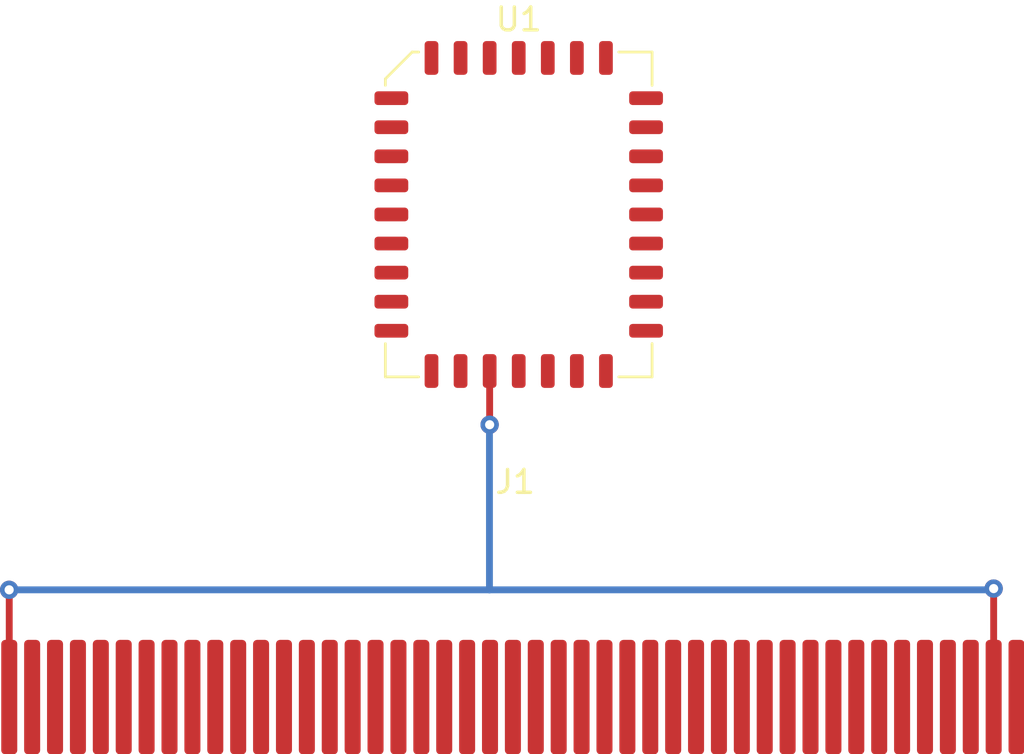
<source format=kicad_pcb>
(kicad_pcb (version 20211014) (generator pcbnew)
  (layers (0 "F.Cu" signal) (31 "B.Cu" signal) (34 "B.Paste" user) (35 "F.Paste" user) (36 "B.SilkS" user "B.Silkscreen") (37 "F.SilkS" user "F.Silkscreen") (38 "B.Mask" user) (39 "F.Mask" user) (44 "Edge.Cuts" user))
  (net 0 "")
  (net 1 "GND")
  (net 2 "/A12")
  (net 3 "/A7")
  (net 4 "/A6")
  (net 5 "/A5")
  (net 6 "/A4")
  (net 7 "/A3")
  (net 8 "/A2")
  (net 9 "/A1")
  (net 10 "/A0")
  (net 11 "/IO0")
  (net 12 "/IO1")
  (net 13 "/IO2")
  (net 14 "/IO3")
  (net 15 "/IO4")
  (net 16 "/IO5")
  (net 17 "/IO6")
  (net 18 "/IO7")
  (net 20 "~{ROM2}")
  (net 21 "/A10")
  (net 22 "~{RD}")
  (net 23 "/A11")
  (net 24 "/A9")
  (net 25 "/A8")
  (net 26 "/A13")
  (net 28 "/A14")
  (net 29 "/A15")
  (net 44 "VCC")
  (footprint "custom:ROM_card_connector_45" (layer "F.Cu") (at 64.614 93.726 90)
    (fp_text reference "J1" (at 9.4 22.1 unlocked) (layer "F.SilkS"))
    (fp_text value "casio_connector_45pins")
    (pad "1" smd roundrect (at 0 0 90) (size 5 0.7) (layers "F.Cu" "F.Paste" "F.Mask") (net 1 "GND"))
    (pad "2" smd roundrect (at 0 1 90) (size 5 0.7) (layers "F.Cu" "F.Paste" "F.Mask") (net 2 "/A12"))
    (pad "3" smd roundrect (at 0 2 90) (size 5 0.7) (layers "F.Cu" "F.Paste" "F.Mask") (net 3 "/A7"))
    (pad "4" smd roundrect (at 0 3 90) (size 5 0.7) (layers "F.Cu" "F.Paste" "F.Mask") (net 4 "/A6"))
    (pad "5" smd roundrect (at 0 4 90) (size 5 0.7) (layers "F.Cu" "F.Paste" "F.Mask") (net 5 "/A5"))
    (pad "6" smd roundrect (at 0 5 90) (size 5 0.7) (layers "F.Cu" "F.Paste" "F.Mask") (net 6 "/A4"))
    (pad "7" smd roundrect (at 0 6 90) (size 5 0.7) (layers "F.Cu" "F.Paste" "F.Mask") (net 7 "/A3"))
    (pad "8" smd roundrect (at 0 7 90) (size 5 0.7) (layers "F.Cu" "F.Paste" "F.Mask") (net 8 "/A2"))
    (pad "9" smd roundrect (at 0 8 90) (size 5 0.7) (layers "F.Cu" "F.Paste" "F.Mask") (net 9 "/A1"))
    (pad "10" smd roundrect (at 0 9 90) (size 5 0.7) (layers "F.Cu" "F.Paste" "F.Mask") (net 10 "/A0"))
    (pad "11" smd roundrect (at 0 10 90) (size 5 0.7) (layers "F.Cu" "F.Paste" "F.Mask") (net 11 "/IO0"))
    (pad "12" smd roundrect (at 0 11 90) (size 5 0.7) (layers "F.Cu" "F.Paste" "F.Mask") (net 12 "/IO1"))
    (pad "13" smd roundrect (at 0 12 90) (size 5 0.7) (layers "F.Cu" "F.Paste" "F.Mask") (net 13 "/IO2"))
    (pad "14" smd roundrect (at 0 13 90) (size 5 0.7) (layers "F.Cu" "F.Paste" "F.Mask") (net 14 "/IO3"))
    (pad "15" smd roundrect (at 0 14 90) (size 5 0.7) (layers "F.Cu" "F.Paste" "F.Mask") (net 15 "/IO4"))
    (pad "16" smd roundrect (at 0 15 90) (size 5 0.7) (layers "F.Cu" "F.Paste" "F.Mask") (net 16 "/IO5"))
    (pad "17" smd roundrect (at 0 16 90) (size 5 0.7) (layers "F.Cu" "F.Paste" "F.Mask") (net 17 "/IO6"))
    (pad "18" smd roundrect (at 0 17 90) (size 5 0.7) (layers "F.Cu" "F.Paste" "F.Mask") (net 18 "/IO7"))
    (pad "19" smd roundrect (at 0 18 90) (size 5 0.7) (layers "F.Cu" "F.Paste" "F.Mask"))
    (pad "20" smd roundrect (at 0 19 90) (size 5 0.7) (layers "F.Cu" "F.Paste" "F.Mask") (net 20 "~{ROM2}"))
    (pad "21" smd roundrect (at 0 20 90) (size 5 0.7) (layers "F.Cu" "F.Paste" "F.Mask") (net 21 "/A10"))
    (pad "22" smd roundrect (at 0 21 90) (size 5 0.7) (layers "F.Cu" "F.Paste" "F.Mask") (net 22 "~{RD}"))
    (pad "23" smd roundrect (at 0 22 90) (size 5 0.7) (layers "F.Cu" "F.Paste" "F.Mask") (net 23 "/A11"))
    (pad "24" smd roundrect (at 0 23 90) (size 5 0.7) (layers "F.Cu" "F.Paste" "F.Mask") (net 24 "/A9"))
    (pad "25" smd roundrect (at 0 24 90) (size 5 0.7) (layers "F.Cu" "F.Paste" "F.Mask") (net 25 "/A8"))
    (pad "26" smd roundrect (at 0 25 90) (size 5 0.7) (layers "F.Cu" "F.Paste" "F.Mask") (net 26 "/A13"))
    (pad "27" smd roundrect (at 0 26 90) (size 5 0.7) (layers "F.Cu" "F.Paste" "F.Mask"))
    (pad "28" smd roundrect (at 0 27 90) (size 5 0.7) (layers "F.Cu" "F.Paste" "F.Mask") (net 28 "/A14"))
    (pad "29" smd roundrect (at 0 28 90) (size 5 0.7) (layers "F.Cu" "F.Paste" "F.Mask") (net 29 "/A15"))
    (pad "30" smd roundrect (at 0 29 90) (size 5 0.7) (layers "F.Cu" "F.Paste" "F.Mask"))
    (pad "31" smd roundrect (at 0 30 90) (size 5 0.7) (layers "F.Cu" "F.Paste" "F.Mask"))
    (pad "32" smd roundrect (at 0 31 90) (size 5 0.7) (layers "F.Cu" "F.Paste" "F.Mask"))
    (pad "33" smd roundrect (at 0 32 90) (size 5 0.7) (layers "F.Cu" "F.Paste" "F.Mask"))
    (pad "34" smd roundrect (at 0 33 90) (size 5 0.7) (layers "F.Cu" "F.Paste" "F.Mask"))
    (pad "35" smd roundrect (at 0 34 90) (size 5 0.7) (layers "F.Cu" "F.Paste" "F.Mask"))
    (pad "36" smd roundrect (at 0 35 90) (size 5 0.7) (layers "F.Cu" "F.Paste" "F.Mask"))
    (pad "37" smd roundrect (at 0 36 90) (size 5 0.7) (layers "F.Cu" "F.Paste" "F.Mask"))
    (pad "38" smd roundrect (at 0 37 90) (size 5 0.7) (layers "F.Cu" "F.Paste" "F.Mask"))
    (pad "39" smd roundrect (at 0 38 90) (size 5 0.7) (layers "F.Cu" "F.Paste" "F.Mask"))
    (pad "40" smd roundrect (at 0 39 90) (size 5 0.7) (layers "F.Cu" "F.Paste" "F.Mask"))
    (pad "41" smd roundrect (at 0 40 90) (size 5 0.7) (layers "F.Cu" "F.Paste" "F.Mask"))
    (pad "42" smd roundrect (at 0 41 90) (size 5 0.7) (layers "F.Cu" "F.Paste" "F.Mask"))
    (pad "43" smd roundrect (at 0 42 90) (size 5 0.7) (layers "F.Cu" "F.Paste" "F.Mask"))
    (pad "44" smd roundrect (at 0 43 90) (size 5 0.7) (layers "F.Cu" "F.Paste" "F.Mask") (net 1 "GND"))
    (pad "45" smd roundrect (at 0 44 90) (size 5 0.7) (layers "F.Cu" "F.Paste" "F.Mask") (net 44 "VCC"))
  )
  (footprint "Package_LCC:PLCC-32_11.4x14.0mm_P1.27mm" (layer "F.Cu") (at 86.868 72.644)
    (fp_text reference "U1" (at 0 -8.52) (layer "F.SilkS"))
    (fp_text value "27C512PLCC")
    (fp_line (start 4.37 -7.095) (end 5.825 -7.095) (layer "F.SilkS") (width 0.12))
    (fp_line (start -4.37 -7.095) (end -4.652782 -7.095) (layer "F.SilkS") (width 0.12))
    (fp_line (start 5.825 -7.095) (end 5.825 -5.64) (layer "F.SilkS") (width 0.12))
    (fp_line (start 4.37 7.095) (end 5.825 7.095) (layer "F.SilkS") (width 0.12))
    (fp_line (start -5.825 -5.922782) (end -5.825 -5.64) (layer "F.SilkS") (width 0.12))
    (fp_line (start 5.825 7.095) (end 5.825 5.64) (layer "F.SilkS") (width 0.12))
    (fp_line (start -4.652782 -7.095) (end -5.825 -5.922782) (layer "F.SilkS") (width 0.12))
    (fp_line (start -4.37 7.095) (end -5.825 7.095) (layer "F.SilkS") (width 0.12))
    (fp_line (start -5.825 7.095) (end -5.825 5.64) (layer "F.SilkS") (width 0.12))
    (pad "1" smd roundrect locked (at 0 -6.8375) (size 0.6 1.475) (layers "F.Cu" "F.Paste" "F.Mask"))
    (pad "2" smd roundrect locked (at -1.27 -6.8375) (size 0.6 1.475) (layers "F.Cu" "F.Paste" "F.Mask") (net 29 "/A15"))
    (pad "3" smd roundrect locked (at -2.54 -6.8375) (size 0.6 1.475) (layers "F.Cu" "F.Paste" "F.Mask") (net 2 "/A12"))
    (pad "4" smd roundrect locked (at -3.81 -6.8375) (size 0.6 1.475) (layers "F.Cu" "F.Paste" "F.Mask") (net 3 "/A7"))
    (pad "5" smd roundrect locked (at -5.5625 -5.08) (size 1.475 0.6) (layers "F.Cu" "F.Paste" "F.Mask") (net 4 "/A6"))
    (pad "6" smd roundrect locked (at -5.5625 -3.81) (size 1.475 0.6) (layers "F.Cu" "F.Paste" "F.Mask") (net 5 "/A5"))
    (pad "7" smd roundrect locked (at -5.5625 -2.54) (size 1.475 0.6) (layers "F.Cu" "F.Paste" "F.Mask") (net 6 "/A4"))
    (pad "8" smd roundrect locked (at -5.5625 -1.27) (size 1.475 0.6) (layers "F.Cu" "F.Paste" "F.Mask") (net 7 "/A3"))
    (pad "9" smd roundrect locked (at -5.5625 0) (size 1.475 0.6) (layers "F.Cu" "F.Paste" "F.Mask") (net 8 "/A2"))
    (pad "10" smd roundrect locked (at -5.5625 1.27) (size 1.475 0.6) (layers "F.Cu" "F.Paste" "F.Mask") (net 9 "/A1"))
    (pad "11" smd roundrect locked (at -5.5625 2.54) (size 1.475 0.6) (layers "F.Cu" "F.Paste" "F.Mask") (net 10 "/A0"))
    (pad "12" smd roundrect locked (at -5.5625 3.81) (size 1.475 0.6) (layers "F.Cu" "F.Paste" "F.Mask"))
    (pad "13" smd roundrect locked (at -5.5625 5.08) (size 1.475 0.6) (layers "F.Cu" "F.Paste" "F.Mask") (net 11 "/IO0"))
    (pad "14" smd roundrect locked (at -3.81 6.8375) (size 0.6 1.475) (layers "F.Cu" "F.Paste" "F.Mask") (net 12 "/IO1"))
    (pad "15" smd roundrect locked (at -2.54 6.8375) (size 0.6 1.475) (layers "F.Cu" "F.Paste" "F.Mask") (net 13 "/IO2"))
    (pad "16" smd roundrect locked (at -1.27 6.8375) (size 0.6 1.475) (layers "F.Cu" "F.Paste" "F.Mask") (net 1 "GND"))
    (pad "17" smd roundrect locked (at 0 6.8375) (size 0.6 1.475) (layers "F.Cu" "F.Paste" "F.Mask"))
    (pad "18" smd roundrect locked (at 1.27 6.8375) (size 0.6 1.475) (layers "F.Cu" "F.Paste" "F.Mask") (net 14 "/IO3"))
    (pad "19" smd roundrect locked (at 2.54 6.8375) (size 0.6 1.475) (layers "F.Cu" "F.Paste" "F.Mask") (net 15 "/IO4"))
    (pad "20" smd roundrect locked (at 3.81 6.8375) (size 0.6 1.475) (layers "F.Cu" "F.Paste" "F.Mask") (net 16 "/IO5"))
    (pad "21" smd roundrect locked (at 5.5625 5.08) (size 1.475 0.6) (layers "F.Cu" "F.Paste" "F.Mask") (net 17 "/IO6"))
    (pad "22" smd roundrect locked (at 5.5625 3.81) (size 1.475 0.6) (layers "F.Cu" "F.Paste" "F.Mask") (net 18 "/IO7"))
    (pad "23" smd roundrect locked (at 5.5625 2.54) (size 1.475 0.6) (layers "F.Cu" "F.Paste" "F.Mask") (net 20 "~{ROM2}"))
    (pad "24" smd roundrect locked (at 5.5625 1.27) (size 1.475 0.6) (layers "F.Cu" "F.Paste" "F.Mask") (net 21 "/A10"))
    (pad "25" smd roundrect locked (at 5.5625 0) (size 1.475 0.6) (layers "F.Cu" "F.Paste" "F.Mask") (net 22 "~{RD}"))
    (pad "26" smd roundrect locked (at 5.5625 -1.27) (size 1.475 0.6) (layers "F.Cu" "F.Paste" "F.Mask"))
    (pad "27" smd roundrect locked (at 5.5625 -2.54) (size 1.475 0.6) (layers "F.Cu" "F.Paste" "F.Mask") (net 23 "/A11"))
    (pad "28" smd roundrect locked (at 5.5625 -3.81) (size 1.475 0.6) (layers "F.Cu" "F.Paste" "F.Mask") (net 24 "/A9"))
    (pad "29" smd roundrect locked (at 5.5625 -5.08) (size 1.475 0.6) (layers "F.Cu" "F.Paste" "F.Mask") (net 25 "/A8"))
    (pad "30" smd roundrect locked (at 3.81 -6.8375) (size 0.6 1.475) (layers "F.Cu" "F.Paste" "F.Mask") (net 26 "/A13"))
    (pad "31" smd roundrect locked (at 2.54 -6.8375) (size 0.6 1.475) (layers "F.Cu" "F.Paste" "F.Mask") (net 28 "/A14"))
    (pad "32" smd roundrect locked (at 1.27 -6.8375) (size 0.6 1.475) (layers "F.Cu" "F.Paste" "F.Mask") (net 44 "VCC"))
  )
  (segment (start 85.598 81.828) (end 85.63 81.86) (width 0.3) (layer "F.Cu") (net 1))
  (segment (start 107.614 88.986) (end 107.63 88.97) (width 0.3) (layer "F.Cu") (net 1))
  (segment (start 64.614 89.044) (end 64.61 89.04) (width 0.3) (layer "F.Cu") (net 1))
  (segment (start 64.614 93.726) (end 64.614 89.044) (width 0.3) (layer "F.Cu") (net 1))
  (segment (start 85.598 79.4815) (end 85.598 81.828) (width 0.3) (layer "F.Cu") (net 1))
  (segment (start 107.614 93.726) (end 107.614 88.986) (width 0.3) (layer "F.Cu") (net 1))
  (via (at 85.598 81.828) (size 0.8) (drill 0.4) (layers "F.Cu" "B.Cu") (net 1))
  (via (at 64.61 89.04) (size 0.8) (drill 0.4) (layers "F.Cu" "B.Cu") (net 1))
  (via (at 107.614 88.986) (size 0.8) (drill 0.4) (layers "F.Cu" "B.Cu") (net 1))
  (segment (start 64.61 89.04) (end 85.59 89.04) (width 0.3) (layer "B.Cu") (net 1))
  (segment (start 85.59 89.04) (end 107.56 89.04) (width 0.3) (layer "B.Cu") (net 1))
  (segment (start 85.59 81.836) (end 85.59 89.04) (width 0.3) (layer "B.Cu") (net 1))
  (segment (start 107.56 89.04) (end 107.614 88.986) (width 0.3) (layer "B.Cu") (net 1))
  (segment (start 85.598 81.828) (end 85.59 81.836) (width 0.3) (layer "B.Cu") (net 1))
)
</source>
